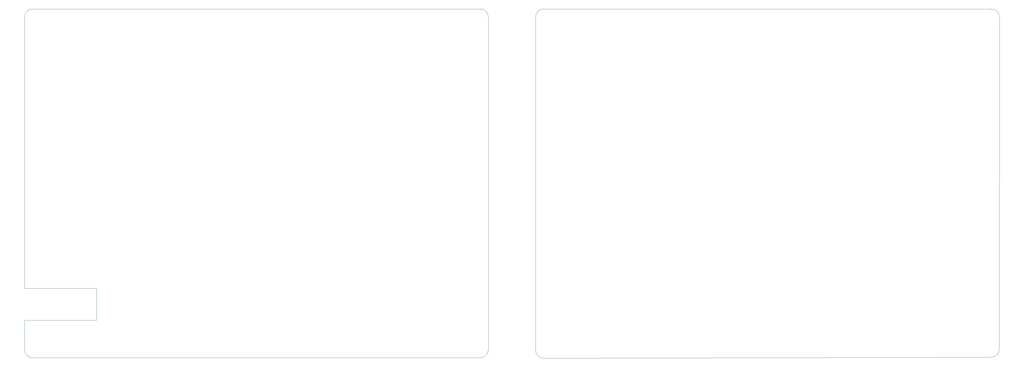
<source format=gbr>
%TF.GenerationSoftware,KiCad,Pcbnew,(7.0.0-0)*%
%TF.CreationDate,2023-03-05T22:08:41+09:00*%
%TF.ProjectId,11111_pcb,31313131-315f-4706-9362-2e6b69636164,rev?*%
%TF.SameCoordinates,Original*%
%TF.FileFunction,Profile,NP*%
%FSLAX46Y46*%
G04 Gerber Fmt 4.6, Leading zero omitted, Abs format (unit mm)*
G04 Created by KiCad (PCBNEW (7.0.0-0)) date 2023-03-05 22:08:41*
%MOMM*%
%LPD*%
G01*
G04 APERTURE LIST*
%TA.AperFunction,Profile*%
%ADD10C,0.100000*%
%TD*%
G04 APERTURE END LIST*
D10*
X175303949Y-133920049D02*
G75*
G03*
X177843949Y-131380000I-49J2540049D01*
G01*
X33020000Y-133920000D02*
X175303949Y-133920000D01*
X195380000Y-134020000D02*
X337663949Y-133720000D01*
X53340000Y-121920000D02*
X30500000Y-121920000D01*
X340242000Y-25400000D02*
G75*
G03*
X337701974Y-22860000I-2540000J0D01*
G01*
X30500000Y-121920000D02*
X30480000Y-131380000D01*
X340241974Y-25400000D02*
X340203949Y-131180000D01*
X33020000Y-22860000D02*
G75*
G03*
X30480000Y-25400000I0J-2540000D01*
G01*
X192840000Y-131480000D02*
G75*
G03*
X195380000Y-134020000I2540000J0D01*
G01*
X30480000Y-131380000D02*
G75*
G03*
X33020000Y-133920000I2540000J0D01*
G01*
X337663949Y-133720049D02*
G75*
G03*
X340203949Y-131180000I-49J2540049D01*
G01*
X195418025Y-22856000D02*
X337701974Y-22860000D01*
X192840000Y-131480000D02*
X192878025Y-25396000D01*
X177843949Y-25396051D02*
X177843949Y-131380000D01*
X30500000Y-111760000D02*
X53360000Y-111760000D01*
X177843949Y-25396051D02*
G75*
G03*
X175303949Y-22856051I-2540049J-49D01*
G01*
X53360000Y-111760000D02*
X53340000Y-121920000D01*
X30480000Y-25400000D02*
X30500000Y-111760000D01*
X195418025Y-22856025D02*
G75*
G03*
X192878025Y-25396000I-25J-2539975D01*
G01*
X33020000Y-22860000D02*
X175303949Y-22856051D01*
M02*

</source>
